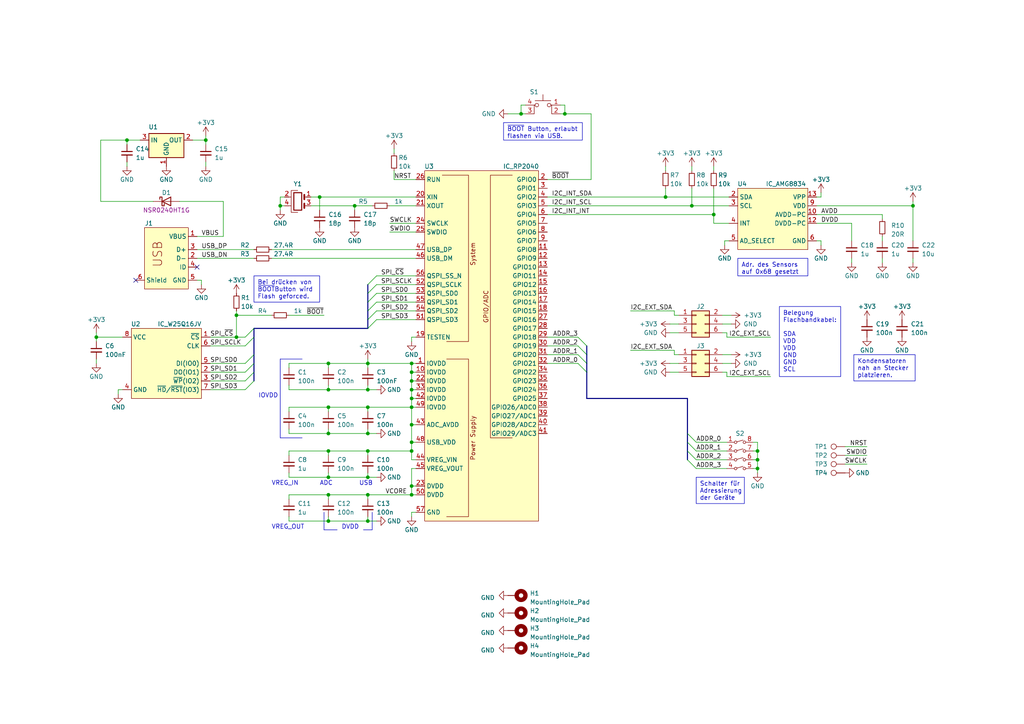
<source format=kicad_sch>
(kicad_sch (version 20220126) (generator eeschema)
  (paper "A4")
  (lib_symbols
    (symbol "00_pwt-temp_lib:CON_PH_2.54MM_2x3_VERT"
      (property "Reference" "J" (at 0 8.89 0))
      (property "Value" "CON_PH_2.54MM_2x3_VERT" (at 0 6.35 0))
      (symbol "CON_PH_2.54MM_2x3_VERT_1_1"
        (pin passive line (at -6.35 2.54 0) (length 3.81) (name "") (number "1"))
        (pin passive line (at 6.35 2.54 180) (length 3.81) (name "") (number "2"))
        (pin passive line (at -6.35 0 0) (length 3.81) (name "") (number "3"))
        (pin passive line (at 6.35 0 180) (length 3.81) (name "") (number "4"))
        (pin passive line (at -6.35 -2.54 0) (length 3.81) (name "") (number "5"))
        (pin passive line (at 6.35 -2.54 180) (length 3.81) (name "") (number "6"))
      )
    )
    (symbol "00_pwt-temp_lib:CON_USB_B_MINI"
      (property "Reference" "J" (at 0 11.43 0))
      (property "Value" "CON_USB_B_MINI" (at 0 8.89 0))
      (symbol "CON_USB_B_MINI_0_0"
        (text "USB" (at -2.54 0 900) (effects (font (size 2.54 2.54))))
      )
      (symbol "CON_USB_B_MINI_1_1"
        (pin power_out line (at 8.89 5.08 180) (length 2.54) (name "VBUS") (number "1"))
        (pin bidirectional line (at 8.89 -1.27 180) (length 2.54) (name "D-") (number "2"))
        (pin bidirectional line (at 8.89 1.27 180) (length 2.54) (name "D+") (number "3"))
        (pin passive line (at 8.89 -3.81 180) (length 2.54) (name "ID") (number "4"))
        (pin power_out line (at 8.89 -7.62 180) (length 2.54) (name "GND") (number "5"))
        (pin passive line (at -8.89 -7.62 0) (length 2.54) (name "Shield") (number "6"))
      )
    )
    (symbol "00_pwt-temp_lib:D_SCH_40V_0.25A" (pin_numbers hide) (pin_names (offset 1.016) hide)
      (property "Reference" "D" (at 0 2.54 0))
      (property "PN" "NSR0240HT1G" (at 0 5.08 0))
      (symbol "D_SCH_40V_0.25A_1_1"
        (pin passive line (at -3.81 0 0) (length 2.54) (name "K") (number "1"))
        (pin passive line (at 3.81 0 180) (length 2.54) (name "A") (number "2"))
      )
    )
    (symbol "00_pwt-temp_lib:IC_AMG8834"
      (property "Reference" "U" (at -8.89 10.16 0))
      (property "Value" "IC_AMG8834" (at 3.81 10.16 0))
      (symbol "IC_AMG8834_1_1"
        (pin no_connect line (at -3.81 -11.43 90) (length 2.54) hide (name "NC") (number "1"))
        (pin power_in line (at 12.7 1.27 180) (length 2.54) (name "AVDD-PC") (number "10"))
        (pin no_connect line (at 3.81 -11.43 90) (length 2.54) hide (name "NC") (number "11"))
        (pin power_in line (at 12.7 -1.27 180) (length 2.54) (name "DVDD-PC") (number "12"))
        (pin power_in line (at 12.7 6.35 180) (length 2.54) (name "VPP") (number "13"))
        (pin bidirectional line (at -12.7 6.35 0) (length 2.54) (name "SDA") (number "2"))
        (pin bidirectional line (at -12.7 3.81 0) (length 2.54) (name "SCL") (number "3"))
        (pin open_collector line (at -12.7 -1.27 0) (length 2.54) (name "INT") (number "4"))
        (pin input line (at -12.7 -6.35 0) (length 2.54) (name "AD_SELECT") (number "5"))
        (pin power_in line (at 12.7 -6.35 180) (length 2.54) (name "GND") (number "6"))
        (pin no_connect line (at -1.27 -11.43 90) (length 2.54) hide (name "NC") (number "7"))
        (pin no_connect line (at 1.27 -11.43 90) (length 2.54) hide (name "NC") (number "8"))
        (pin power_in line (at 12.7 3.81 180) (length 2.54) (name "VDD") (number "9"))
      )
    )
    (symbol "00_pwt-temp_lib:IC_RP2040"
      (property "Reference" "U" (at -15.24 50.8 0))
      (property "Value" "IC_RP2040" (at 11.43 50.8 0))
      (symbol "IC_RP2040_0_0"
        (text "GPIO/ADC" (at 1.27 10.16 900) (effects (font (size 1.27 1.27))))
        (text "Power Supply" (at -2.54 -27.94 900) (effects (font (size 1.27 1.27))))
        (text "System\n" (at -2.54 25.4 900) (effects (font (size 1.27 1.27))))
      )
      (symbol "IC_RP2040_1_1"
        (pin power_in line (at -19.05 -6.35 0) (length 2.54) (name "IOVDD") (number "1"))
        (pin power_in line (at -19.05 -8.89 0) (length 2.54) (name "IOVDD") (number "10"))
        (pin bidirectional line (at 19.05 26.67 180) (length 2.54) (name "GPIO8") (number "11"))
        (pin bidirectional line (at 19.05 24.13 180) (length 2.54) (name "GPIO9") (number "12"))
        (pin bidirectional line (at 19.05 21.59 180) (length 2.54) (name "GPIO10") (number "13"))
        (pin bidirectional line (at 19.05 19.05 180) (length 2.54) (name "GPIO11") (number "14"))
        (pin bidirectional line (at 19.05 16.51 180) (length 2.54) (name "GPIO12") (number "15"))
        (pin bidirectional line (at 19.05 13.97 180) (length 2.54) (name "GPIO13") (number "16"))
        (pin bidirectional line (at 19.05 11.43 180) (length 2.54) (name "GPIO14") (number "17"))
        (pin bidirectional line (at 19.05 8.89 180) (length 2.54) (name "GPIO15") (number "18"))
        (pin passive line (at -19.05 1.27 0) (length 2.54) (name "TESTEN") (number "19"))
        (pin bidirectional line (at 19.05 46.99 180) (length 2.54) (name "GPIO0") (number "2"))
        (pin passive line (at -19.05 41.91 0) (length 2.54) (name "XIN") (number "20"))
        (pin passive line (at -19.05 39.37 0) (length 2.54) (name "XOUT") (number "21"))
        (pin power_in line (at -19.05 -11.43 0) (length 2.54) (name "IOVDD") (number "22"))
        (pin power_in line (at -19.05 -41.91 0) (length 2.54) (name "DVDD") (number "23"))
        (pin bidirectional line (at -19.05 34.29 0) (length 2.54) (name "SWCLK") (number "24"))
        (pin bidirectional line (at -19.05 31.75 0) (length 2.54) (name "SWDIO") (number "25"))
        (pin input line (at -19.05 46.99 0) (length 2.54) (name "RUN") (number "26"))
        (pin bidirectional line (at 19.05 6.35 180) (length 2.54) (name "GPIO16") (number "27"))
        (pin bidirectional line (at 19.05 3.81 180) (length 2.54) (name "GPIO17") (number "28"))
        (pin bidirectional line (at 19.05 1.27 180) (length 2.54) (name "GPIO18") (number "29"))
        (pin bidirectional line (at 19.05 44.45 180) (length 2.54) (name "GPIO1") (number "3"))
        (pin bidirectional line (at 19.05 -1.27 180) (length 2.54) (name "GPIO19") (number "30"))
        (pin bidirectional line (at 19.05 -3.81 180) (length 2.54) (name "GPIO20") (number "31"))
        (pin bidirectional line (at 19.05 -6.35 180) (length 2.54) (name "GPIO21") (number "32"))
        (pin power_in line (at -19.05 -13.97 0) (length 2.54) (name "IOVDD") (number "33"))
        (pin bidirectional line (at 19.05 -8.89 180) (length 2.54) (name "GPIO22") (number "34"))
        (pin bidirectional line (at 19.05 -11.43 180) (length 2.54) (name "GPIO23") (number "35"))
        (pin bidirectional line (at 19.05 -13.97 180) (length 2.54) (name "GPIO24") (number "36"))
        (pin bidirectional line (at 19.05 -16.51 180) (length 2.54) (name "GPIO25") (number "37"))
        (pin bidirectional line (at 19.05 -19.05 180) (length 2.54) (name "GPIO26/ADC0") (number "38"))
        (pin bidirectional line (at 19.05 -21.59 180) (length 2.54) (name "GPIO27/ADC1") (number "39"))
        (pin bidirectional line (at 19.05 41.91 180) (length 2.54) (name "GPIO2") (number "4"))
        (pin bidirectional line (at 19.05 -24.13 180) (length 2.54) (name "GPIO28/ADC2") (number "40"))
        (pin bidirectional line (at 19.05 -26.67 180) (length 2.54) (name "GPIO29/ADC3") (number "41"))
        (pin power_in line (at -19.05 -16.51 0) (length 2.54) (name "IOVDD") (number "42"))
        (pin power_in line (at -19.05 -24.13 0) (length 2.54) (name "ADC_AVDD") (number "43"))
        (pin power_in line (at -19.05 -34.29 0) (length 2.54) (name "VREG_VIN") (number "44"))
        (pin power_out line (at -19.05 -36.83 0) (length 2.54) (name "VREG_VOUT") (number "45"))
        (pin bidirectional line (at -19.05 24.13 0) (length 2.54) (name "USB_DM") (number "46"))
        (pin bidirectional line (at -19.05 26.67 0) (length 2.54) (name "USB_DP") (number "47"))
        (pin power_in line (at -19.05 -29.21 0) (length 2.54) (name "USB_VDD") (number "48"))
        (pin power_in line (at -19.05 -19.05 0) (length 2.54) (name "IOVDD") (number "49"))
        (pin bidirectional line (at 19.05 39.37 180) (length 2.54) (name "GPIO3") (number "5"))
        (pin power_in line (at -19.05 -44.45 0) (length 2.54) (name "DVDD") (number "50"))
        (pin bidirectional line (at -19.05 6.35 0) (length 2.54) (name "QSPI_SD3") (number "51"))
        (pin bidirectional line (at -19.05 16.51 0) (length 2.54) (name "QSPI_SCLK") (number "52"))
        (pin bidirectional line (at -19.05 13.97 0) (length 2.54) (name "QSPI_SD0") (number "53"))
        (pin bidirectional line (at -19.05 8.89 0) (length 2.54) (name "QSPI_SD2") (number "54"))
        (pin bidirectional line (at -19.05 11.43 0) (length 2.54) (name "QSPI_SD1") (number "55"))
        (pin bidirectional line (at -19.05 19.05 0) (length 2.54) (name "QSPI_SS_N") (number "56"))
        (pin power_in line (at -19.05 -49.53 0) (length 2.54) (name "GND") (number "57"))
        (pin bidirectional line (at 19.05 36.83 180) (length 2.54) (name "GPIO4") (number "6"))
        (pin bidirectional line (at 19.05 34.29 180) (length 2.54) (name "GPIO5") (number "7"))
        (pin bidirectional line (at 19.05 31.75 180) (length 2.54) (name "GPIO6") (number "8"))
        (pin bidirectional line (at 19.05 29.21 180) (length 2.54) (name "GPIO7") (number "9"))
      )
    )
    (symbol "00_pwt-temp_lib:IC_W25Q16JV"
      (property "Reference" "U" (at -8.89 10.16 0))
      (property "Value" "IC_W25Q16JV" (at 3.81 10.16 0))
      (symbol "IC_W25Q16JV_1_1"
        (pin input line (at 12.7 6.35 180) (length 2.54) (name "~{CS}") (number "1"))
        (pin bidirectional line (at 12.7 -3.81 180) (length 2.54) (name "DO(IO1)") (number "2"))
        (pin bidirectional line (at 12.7 -6.35 180) (length 2.54) (name "~{WP}(IO2)") (number "3"))
        (pin power_in line (at -12.7 -8.89 0) (length 2.54) (name "GND") (number "4"))
        (pin bidirectional line (at 12.7 -1.27 180) (length 2.54) (name "DI(IO0)") (number "5"))
        (pin input line (at 12.7 3.81 180) (length 2.54) (name "CLK") (number "6"))
        (pin bidirectional line (at 12.7 -8.89 180) (length 2.54) (name "~{HD}/~{RST}(IO3)") (number "7"))
        (pin power_in line (at -12.7 6.35 0) (length 2.54) (name "VCC") (number "8"))
      )
    )
    (symbol "00_pwt-temp_lib:MECH_BTN_SMD_SMALL"
      (property "Reference" "S" (at 0 7.62 0))
      (property "Value" "MECH_BTN_SMD_SMALL" (at 0 5.08 0))
      (symbol "MECH_BTN_SMD_SMALL_0_1"
        (pin passive line (at -5.08 0 0) (length 2.54) (name "") (number "1"))
        (pin passive line (at -5.08 -2.54 0) (length 2.54) (name "") (number "2"))
        (pin passive line (at 5.08 -2.54 180) (length 2.54) (name "") (number "3"))
        (pin passive line (at 5.08 0 180) (length 2.54) (name "") (number "4"))
      )
    )
    (symbol "00_pwt-temp_lib:MECH_SW_DIP4_SMD"
      (property "Reference" "S" (at 0 6.35 0))
      (property "Value" "MECH_SW_DIP4_SMD" (at 0 3.81 0))
      (symbol "MECH_SW_DIP4_SMD_0_1"
        (pin passive line (at -3.81 0 0) (length 2.1) (name "") (number "1"))
        (pin passive line (at -3.81 -2.54 0) (length 2.1) (name "") (number "2"))
        (pin passive line (at -3.81 -5.08 0) (length 2.1) (name "") (number "3"))
        (pin passive line (at -3.81 -7.62 0) (length 2.1) (name "") (number "4"))
        (pin passive line (at 3.81 -7.62 180) (length 2.1) (name "") (number "5"))
        (pin passive line (at 3.81 -5.08 180) (length 2.1) (name "") (number "6"))
        (pin passive line (at 3.81 -2.54 180) (length 2.1) (name "") (number "7"))
        (pin passive line (at 3.81 0 180) (length 2.1) (name "") (number "8"))
      )
    )
    (symbol "00_pwt-temp_lib:OSC_ABM10-12.000MHZ"
      (property "Reference" "Y" (at 0 7.62 0))
      (property "Value" "OSC_ABM10-12.000MHZ" (at 0 5.08 0))
      (symbol "OSC_ABM10-12.000MHZ_1_1"
        (pin passive line (at 3.81 1.27 180) (length 1.27) (name "") (number "1"))
        (pin passive line (at -3.81 1.27 0) (length 1.27) (name "") (number "2"))
        (pin passive line (at 3.81 -1.27 180) (length 1.27) (name "") (number "3"))
        (pin passive line (at -3.81 -1.27 0) (length 1.27) (name "") (number "4"))
      )
    )
    (symbol "00_pwt-temp_lib:PMIC_LDO_3V3_0.2A"
      (property "Reference" "U" (at 0 6.35 0))
      (property "Value" "PMIC_LDO_3V3_0.2A" (at 0 3.81 0))
      (symbol "PMIC_LDO_3V3_0.2A_1_1"
        (pin power_in line (at 0 -7.62 90) (length 2.54) (name "GND") (number "1"))
        (pin power_out line (at 7.62 0 180) (length 2.54) (name "OUT") (number "2"))
        (pin power_in line (at -7.62 0 0) (length 2.54) (name "IN") (number "3"))
      )
    )
    (symbol "Connector:TestPoint" (pin_numbers hide) (pin_names (offset 0.762) hide)
      (property "Reference" "TP" (at 0 6.858 0))
      (property "Value" "TestPoint" (at 0 5.08 0))
      (symbol "TestPoint_1_1"
        (pin passive line (at 0 0 90) (length 2.54) (name "1") (number "1"))
      )
    )
    (symbol "Device:C_Small" (pin_numbers hide) (pin_names (offset 0.254) hide)
      (property "Reference" "C" (at 0.254 1.778 0))
      (property "Value" "C_Small" (at 0.254 -2.032 0))
      (symbol "C_Small_1_1"
        (pin passive line (at 0 2.54 270) (length 2.032) (name "~") (number "1"))
        (pin passive line (at 0 -2.54 90) (length 2.032) (name "~") (number "2"))
      )
    )
    (symbol "Device:R_Small" (pin_numbers hide) (pin_names (offset 0.254) hide)
      (property "Reference" "R" (at 0.762 0.508 0))
      (property "Value" "R_Small" (at 0.762 -1.016 0))
      (symbol "R_Small_1_1"
        (pin passive line (at 0 2.54 270) (length 0.762) (name "~") (number "1"))
        (pin passive line (at 0 -2.54 90) (length 0.762) (name "~") (number "2"))
      )
    )
    (symbol "Mechanical:MountingHole_Pad" (pin_numbers hide) (pin_names (offset 1.016) hide)
      (property "Reference" "H" (at 0 6.35 0))
      (property "Value" "MountingHole_Pad" (at 0 4.445 0))
      (symbol "MountingHole_Pad_1_1"
        (pin input line (at 0 -2.54 90) (length 2.54) (name "1") (number "1"))
      )
    )
    (symbol "power:+3.3V" (power) (pin_names (offset 0))
      (property "Value" "+3.3V" (at 0 3.556 0))
      (symbol "+3.3V_1_1"
        (pin power_in line (at 0 0 90) (length 0) hide (name "+3V3") (number "1"))
      )
    )
    (symbol "power:GND" (power) (pin_names (offset 0))
      (property "Value" "GND" (at 0 -3.81 0))
      (symbol "GND_1_1"
        (pin power_in line (at 0 0 270) (length 0) hide (name "GND") (number "1"))
      )
    )
  )
  (junction (at 219.71 133.35))
  (junction (at 81.28 59.69))
  (junction (at 106.68 125.73))
  (junction (at 207.01 62.23))
  (junction (at 119.38 143.51))
  (junction (at 264.795 59.69))
  (junction (at 106.68 130.81))
  (junction (at 95.25 130.81))
  (junction (at 92.71 57.15))
  (junction (at 119.38 113.03))
  (junction (at 219.71 135.89))
  (junction (at 95.25 105.41))
  (junction (at 106.68 143.51))
  (junction (at 119.38 107.95))
  (junction (at 163.83 33.02))
  (junction (at 95.25 143.51))
  (junction (at 95.25 151.13))
  (junction (at 68.58 97.79))
  (junction (at 119.38 123.19))
  (junction (at 59.69 40.64))
  (junction (at 106.68 151.13))
  (junction (at 119.38 118.11))
  (junction (at 68.58 91.44))
  (junction (at 119.38 128.27))
  (junction (at 95.25 138.43))
  (junction (at 106.68 113.03))
  (junction (at 27.94 97.79))
  (junction (at 102.87 59.69))
  (junction (at 119.38 105.41))
  (junction (at 106.68 105.41))
  (junction (at 219.71 130.81))
  (junction (at 193.04 57.15))
  (junction (at 95.25 118.11))
  (junction (at 119.38 110.49))
  (junction (at 119.38 115.57))
  (junction (at 119.38 130.81))
  (junction (at 36.83 40.64))
  (junction (at 106.68 118.11))
  (junction (at 95.25 113.03))
  (junction (at 151.13 33.02))
  (junction (at 200.66 59.69))
  (junction (at 95.25 125.73))
  (junction (at 119.38 140.97))
  (junction (at 106.68 138.43))
  (no_connect (at 39.37 81.28))
  (no_connect (at 57.15 77.47))
  (bus_entry (at 73.66 95.25) (size -2.54 2.54))
  (bus_entry (at 167.64 105.41) (size 2.54 2.54))
  (bus_entry (at 167.64 102.87) (size 2.54 2.54))
  (bus_entry (at 73.66 102.87) (size -2.54 2.54))
  (bus_entry (at 73.66 97.79) (size -2.54 2.54))
  (bus_entry (at 199.39 128.27) (size 2.54 2.54))
  (bus_entry (at 199.39 130.81) (size 2.54 2.54))
  (bus_entry (at 199.39 133.35) (size 2.54 2.54))
  (bus_entry (at 199.39 125.73) (size 2.54 2.54))
  (bus_entry (at 73.66 110.49) (size -2.54 2.54))
  (bus_entry (at 73.66 105.41) (size -2.54 2.54))
  (bus_entry (at 167.64 97.79) (size 2.54 2.54))
  (bus_entry (at 73.66 107.95) (size -2.54 2.54))
  (bus_entry (at 109.22 82.55) (size -2.54 2.54))
  (bus_entry (at 109.22 80.01) (size -2.54 2.54))
  (bus_entry (at 109.22 90.17) (size -2.54 2.54))
  (bus_entry (at 109.22 87.63) (size -2.54 2.54))
  (bus_entry (at 109.22 85.09) (size -2.54 2.54))
  (bus_entry (at 109.22 92.71) (size -2.54 2.54))
  (bus_entry (at 167.64 100.33) (size 2.54 2.54))
  (wire (pts (xy 34.29 113.03) (xy 35.56 113.03)))
  (bus (pts (xy 199.39 128.27) (xy 199.39 130.81)))
  (wire (pts (xy 109.22 90.17) (xy 120.65 90.17)))
  (bus (pts (xy 199.39 115.57) (xy 199.39 125.73)))
  (wire (pts (xy 81.28 57.15) (xy 81.28 59.69)))
  (wire (pts (xy 83.82 143.51) (xy 95.25 143.51)))
  (wire (pts (xy 200.66 59.69) (xy 211.455 59.69)))
  (wire (pts (xy 119.38 149.86) (xy 119.38 148.59)))
  (bus (pts (xy 170.18 100.33) (xy 170.18 102.87)))
  (wire (pts (xy 201.93 130.81) (xy 210.82 130.81)))
  (wire (pts (xy 83.82 111.76) (xy 83.82 113.03)))
  (wire (pts (xy 218.44 135.89) (xy 219.71 135.89)))
  (wire (pts (xy 162.56 33.02) (xy 163.83 33.02)))
  (wire (pts (xy 95.25 130.81) (xy 106.68 130.81)))
  (wire (pts (xy 95.25 125.73) (xy 106.68 125.73)))
  (wire (pts (xy 193.04 57.15) (xy 211.455 57.15)))
  (wire (pts (xy 83.82 105.41) (xy 95.25 105.41)))
  (wire (pts (xy 113.03 59.69) (xy 120.65 59.69)))
  (wire (pts (xy 95.25 105.41) (xy 106.68 105.41)))
  (wire (pts (xy 113.03 67.31) (xy 120.65 67.31)))
  (polyline (pts (xy 97.79 153.67) (xy 93.98 153.67)))
  (wire (pts (xy 212.09 105.41) (xy 209.55 105.41)))
  (wire (pts (xy 59.69 48.26) (xy 59.69 46.99)))
  (wire (pts (xy 109.22 82.55) (xy 120.65 82.55)))
  (wire (pts (xy 119.38 97.79) (xy 120.65 97.79)))
  (wire (pts (xy 58.42 81.28) (xy 58.42 82.55)))
  (wire (pts (xy 238.125 57.15) (xy 238.125 55.88)))
  (wire (pts (xy 207.01 48.26) (xy 207.01 49.53)))
  (polyline (pts (xy 107.95 148.59) (xy 107.95 153.67)))
  (wire (pts (xy 106.68 111.76) (xy 106.68 113.03)))
  (wire (pts (xy 245.11 129.54) (xy 251.46 129.54)))
  (wire (pts (xy 109.22 85.09) (xy 120.65 85.09)))
  (wire (pts (xy 245.11 134.62) (xy 251.46 134.62)))
  (wire (pts (xy 264.795 58.42) (xy 264.795 59.69)))
  (wire (pts (xy 34.29 114.3) (xy 34.29 113.03)))
  (wire (pts (xy 68.58 91.44) (xy 78.74 91.44)))
  (wire (pts (xy 218.44 128.27) (xy 219.71 128.27)))
  (wire (pts (xy 71.12 100.33) (xy 60.96 100.33)))
  (bus (pts (xy 106.68 85.09) (xy 106.68 87.63)))
  (wire (pts (xy 83.82 106.68) (xy 83.82 105.41)))
  (wire (pts (xy 255.905 69.85) (xy 255.905 68.58)))
  (wire (pts (xy 59.69 40.64) (xy 59.69 41.91)))
  (wire (pts (xy 119.38 123.19) (xy 119.38 118.11)))
  (wire (pts (xy 193.04 54.61) (xy 193.04 57.15)))
  (wire (pts (xy 95.25 151.13) (xy 106.68 151.13)))
  (wire (pts (xy 71.12 113.03) (xy 60.96 113.03)))
  (wire (pts (xy 245.11 132.08) (xy 251.46 132.08)))
  (bus (pts (xy 170.18 102.87) (xy 170.18 105.41)))
  (wire (pts (xy 27.94 104.14) (xy 27.94 105.41)))
  (bus (pts (xy 170.18 105.41) (xy 170.18 107.95)))
  (bus (pts (xy 106.68 92.71) (xy 106.68 95.25)))
  (wire (pts (xy 106.68 118.11) (xy 119.38 118.11)))
  (wire (pts (xy 119.38 130.81) (xy 119.38 128.27)))
  (wire (pts (xy 83.82 151.13) (xy 95.25 151.13)))
  (wire (pts (xy 119.38 110.49) (xy 120.65 110.49)))
  (wire (pts (xy 212.09 102.87) (xy 209.55 102.87)))
  (bus (pts (xy 199.39 130.81) (xy 199.39 133.35)))
  (wire (pts (xy 106.68 151.13) (xy 106.68 149.86)))
  (bus (pts (xy 73.66 102.87) (xy 73.66 105.41)))
  (wire (pts (xy 119.38 135.89) (xy 119.38 140.97)))
  (wire (pts (xy 109.22 92.71) (xy 120.65 92.71)))
  (wire (pts (xy 68.58 91.44) (xy 68.58 97.79)))
  (wire (pts (xy 212.09 93.98) (xy 209.55 93.98)))
  (wire (pts (xy 119.38 110.49) (xy 119.38 107.95)))
  (wire (pts (xy 81.28 59.69) (xy 82.55 59.69)))
  (bus (pts (xy 106.68 90.17) (xy 106.68 92.71)))
  (wire (pts (xy 55.88 40.64) (xy 59.69 40.64)))
  (wire (pts (xy 106.68 125.73) (xy 109.22 125.73)))
  (wire (pts (xy 163.83 33.02) (xy 163.83 30.48)))
  (wire (pts (xy 95.25 113.03) (xy 106.68 113.03)))
  (wire (pts (xy 78.74 72.39) (xy 120.65 72.39)))
  (wire (pts (xy 167.64 97.79) (xy 158.75 97.79)))
  (wire (pts (xy 106.68 143.51) (xy 119.38 143.51)))
  (wire (pts (xy 71.12 105.41) (xy 60.96 105.41)))
  (wire (pts (xy 152.4 30.48) (xy 151.13 30.48)))
  (wire (pts (xy 106.68 138.43) (xy 109.22 138.43)))
  (wire (pts (xy 106.68 143.51) (xy 106.68 144.78)))
  (wire (pts (xy 106.68 130.81) (xy 106.68 132.08)))
  (wire (pts (xy 83.82 91.44) (xy 93.98 91.44)))
  (bus (pts (xy 73.66 95.25) (xy 73.66 97.79)))
  (bus (pts (xy 199.39 125.73) (xy 199.39 128.27)))
  (wire (pts (xy 210.82 96.52) (xy 210.82 97.79)))
  (wire (pts (xy 210.185 69.85) (xy 210.185 71.12)))
  (wire (pts (xy 78.74 74.93) (xy 120.65 74.93)))
  (wire (pts (xy 29.21 40.64) (xy 36.83 40.64)))
  (wire (pts (xy 151.13 33.02) (xy 152.4 33.02)))
  (wire (pts (xy 113.03 64.77) (xy 120.65 64.77)))
  (bus (pts (xy 106.68 87.63) (xy 106.68 90.17)))
  (wire (pts (xy 119.38 143.51) (xy 120.65 143.51)))
  (wire (pts (xy 57.15 72.39) (xy 73.66 72.39)))
  (wire (pts (xy 264.795 59.69) (xy 264.795 69.85)))
  (polyline (pts (xy 81.28 104.14) (xy 87.63 104.14)))
  (wire (pts (xy 219.71 133.35) (xy 219.71 135.89)))
  (wire (pts (xy 95.25 125.73) (xy 95.25 124.46)))
  (wire (pts (xy 83.82 138.43) (xy 95.25 138.43)))
  (wire (pts (xy 163.83 33.02) (xy 171.45 33.02)))
  (wire (pts (xy 83.82 144.78) (xy 83.82 143.51)))
  (wire (pts (xy 106.68 151.13) (xy 109.22 151.13)))
  (wire (pts (xy 95.25 143.51) (xy 95.25 144.78)))
  (wire (pts (xy 210.82 109.22) (xy 223.52 109.22)))
  (wire (pts (xy 106.68 137.16) (xy 106.68 138.43)))
  (wire (pts (xy 52.07 58.42) (xy 64.77 58.42)))
  (wire (pts (xy 247.015 69.85) (xy 247.015 64.77)))
  (wire (pts (xy 236.855 57.15) (xy 238.125 57.15)))
  (wire (pts (xy 119.38 113.03) (xy 120.65 113.03)))
  (wire (pts (xy 247.015 76.2) (xy 247.015 74.93)))
  (wire (pts (xy 106.68 105.41) (xy 119.38 105.41)))
  (wire (pts (xy 195.58 102.87) (xy 196.85 102.87)))
  (wire (pts (xy 119.38 107.95) (xy 120.65 107.95)))
  (wire (pts (xy 119.38 128.27) (xy 119.38 123.19)))
  (wire (pts (xy 27.94 96.52) (xy 27.94 97.79)))
  (wire (pts (xy 83.82 118.11) (xy 95.25 118.11)))
  (wire (pts (xy 83.82 138.43) (xy 83.82 137.16)))
  (wire (pts (xy 119.38 115.57) (xy 120.65 115.57)))
  (wire (pts (xy 119.38 148.59) (xy 120.65 148.59)))
  (wire (pts (xy 106.68 124.46) (xy 106.68 125.73)))
  (wire (pts (xy 119.38 118.11) (xy 119.38 115.57)))
  (wire (pts (xy 119.38 113.03) (xy 119.38 115.57)))
  (wire (pts (xy 218.44 133.35) (xy 219.71 133.35)))
  (wire (pts (xy 59.69 40.64) (xy 59.69 39.37)))
  (wire (pts (xy 102.87 59.69) (xy 102.87 60.96)))
  (wire (pts (xy 29.21 58.42) (xy 29.21 40.64)))
  (wire (pts (xy 158.75 57.15) (xy 193.04 57.15)))
  (wire (pts (xy 120.65 140.97) (xy 119.38 140.97)))
  (wire (pts (xy 119.38 105.41) (xy 120.65 105.41)))
  (wire (pts (xy 95.25 106.68) (xy 95.25 105.41)))
  (wire (pts (xy 120.65 118.11) (xy 119.38 118.11)))
  (wire (pts (xy 151.13 33.02) (xy 147.32 33.02)))
  (wire (pts (xy 120.65 128.27) (xy 119.38 128.27)))
  (wire (pts (xy 90.17 59.69) (xy 102.87 59.69)))
  (wire (pts (xy 167.64 105.41) (xy 158.75 105.41)))
  (polyline (pts (xy 105.41 153.67) (xy 107.95 153.67)))
  (wire (pts (xy 95.25 143.51) (xy 106.68 143.51)))
  (wire (pts (xy 200.66 54.61) (xy 200.66 59.69)))
  (wire (pts (xy 120.65 133.35) (xy 119.38 133.35)))
  (wire (pts (xy 92.71 57.15) (xy 120.65 57.15)))
  (wire (pts (xy 194.31 107.95) (xy 196.85 107.95)))
  (wire (pts (xy 119.38 107.95) (xy 119.38 105.41)))
  (wire (pts (xy 119.38 140.97) (xy 119.38 143.51)))
  (wire (pts (xy 193.04 48.26) (xy 193.04 49.53)))
  (wire (pts (xy 36.83 48.26) (xy 36.83 46.99)))
  (wire (pts (xy 167.64 102.87) (xy 158.75 102.87)))
  (wire (pts (xy 27.94 97.79) (xy 27.94 99.06)))
  (bus (pts (xy 73.66 107.95) (xy 73.66 110.49)))
  (wire (pts (xy 201.93 133.35) (xy 210.82 133.35)))
  (wire (pts (xy 68.58 97.79) (xy 71.12 97.79)))
  (wire (pts (xy 120.65 135.89) (xy 119.38 135.89)))
  (wire (pts (xy 114.3 52.07) (xy 114.3 49.53)))
  (polyline (pts (xy 87.63 127) (xy 81.28 127)))
  (wire (pts (xy 182.88 90.17) (xy 195.58 90.17)))
  (wire (pts (xy 238.125 69.85) (xy 238.125 71.12)))
  (wire (pts (xy 109.22 80.01) (xy 120.65 80.01)))
  (wire (pts (xy 201.93 128.27) (xy 210.82 128.27)))
  (wire (pts (xy 219.71 128.27) (xy 219.71 130.81)))
  (wire (pts (xy 194.31 93.98) (xy 196.85 93.98)))
  (wire (pts (xy 95.25 111.76) (xy 95.25 113.03)))
  (wire (pts (xy 60.96 97.79) (xy 68.58 97.79)))
  (wire (pts (xy 83.82 151.13) (xy 83.82 149.86)))
  (wire (pts (xy 90.17 57.15) (xy 92.71 57.15)))
  (bus (pts (xy 73.66 105.41) (xy 73.66 107.95)))
  (wire (pts (xy 255.905 76.2) (xy 255.905 74.93)))
  (wire (pts (xy 57.15 68.58) (xy 64.77 68.58)))
  (wire (pts (xy 106.68 130.81) (xy 119.38 130.81)))
  (wire (pts (xy 95.25 138.43) (xy 106.68 138.43)))
  (wire (pts (xy 236.855 62.23) (xy 255.905 62.23)))
  (wire (pts (xy 102.87 59.69) (xy 107.95 59.69)))
  (wire (pts (xy 212.09 91.44) (xy 209.55 91.44)))
  (wire (pts (xy 83.82 125.73) (xy 95.25 125.73)))
  (wire (pts (xy 83.82 113.03) (xy 95.25 113.03)))
  (wire (pts (xy 95.25 149.86) (xy 95.25 151.13)))
  (wire (pts (xy 200.66 48.26) (xy 200.66 49.53)))
  (wire (pts (xy 95.25 118.11) (xy 106.68 118.11)))
  (wire (pts (xy 119.38 99.06) (xy 119.38 97.79)))
  (wire (pts (xy 219.71 130.81) (xy 219.71 133.35)))
  (wire (pts (xy 57.15 81.28) (xy 58.42 81.28)))
  (wire (pts (xy 236.855 69.85) (xy 238.125 69.85)))
  (wire (pts (xy 114.3 43.18) (xy 114.3 44.45)))
  (wire (pts (xy 195.58 101.6) (xy 195.58 102.87)))
  (wire (pts (xy 71.12 110.49) (xy 60.96 110.49)))
  (wire (pts (xy 95.25 118.11) (xy 95.25 119.38)))
  (wire (pts (xy 83.82 118.11) (xy 83.82 119.38)))
  (wire (pts (xy 83.82 132.08) (xy 83.82 130.81)))
  (wire (pts (xy 57.15 74.93) (xy 73.66 74.93)))
  (wire (pts (xy 158.75 62.23) (xy 207.01 62.23)))
  (wire (pts (xy 236.855 59.69) (xy 264.795 59.69)))
  (wire (pts (xy 36.83 40.64) (xy 40.64 40.64)))
  (wire (pts (xy 182.88 101.6) (xy 195.58 101.6)))
  (wire (pts (xy 264.795 74.93) (xy 264.795 76.2)))
  (wire (pts (xy 36.83 40.64) (xy 36.83 41.91)))
  (wire (pts (xy 236.855 64.77) (xy 247.015 64.77)))
  (wire (pts (xy 209.55 96.52) (xy 210.82 96.52)))
  (wire (pts (xy 81.28 59.69) (xy 81.28 60.96)))
  (wire (pts (xy 194.31 105.41) (xy 196.85 105.41)))
  (wire (pts (xy 218.44 130.81) (xy 219.71 130.81)))
  (wire (pts (xy 68.58 90.17) (xy 68.58 91.44)))
  (bus (pts (xy 170.18 107.95) (xy 170.18 115.57)))
  (wire (pts (xy 83.82 125.73) (xy 83.82 124.46)))
  (wire (pts (xy 210.82 107.95) (xy 210.82 109.22)))
  (wire (pts (xy 158.75 59.69) (xy 200.66 59.69)))
  (wire (pts (xy 167.64 100.33) (xy 158.75 100.33)))
  (wire (pts (xy 119.38 133.35) (xy 119.38 130.81)))
  (wire (pts (xy 95.25 138.43) (xy 95.25 137.16)))
  (wire (pts (xy 255.905 62.23) (xy 255.905 63.5)))
  (polyline (pts (xy 81.28 127) (xy 81.28 104.14)))
  (wire (pts (xy 106.68 113.03) (xy 109.22 113.03)))
  (wire (pts (xy 106.68 118.11) (xy 106.68 119.38)))
  (wire (pts (xy 171.45 33.02) (xy 171.45 52.07)))
  (wire (pts (xy 83.82 130.81) (xy 95.25 130.81)))
  (wire (pts (xy 210.82 97.79) (xy 223.52 97.79)))
  (wire (pts (xy 195.58 91.44) (xy 196.85 91.44)))
  (wire (pts (xy 119.38 113.03) (xy 119.38 110.49)))
  (polyline (pts (xy 93.98 148.59) (xy 93.98 153.67)))
  (wire (pts (xy 151.13 30.48) (xy 151.13 33.02)))
  (wire (pts (xy 219.71 135.89) (xy 219.71 137.16)))
  (wire (pts (xy 195.58 90.17) (xy 195.58 91.44)))
  (bus (pts (xy 73.66 95.25) (xy 106.68 95.25)))
  (wire (pts (xy 162.56 30.48) (xy 163.83 30.48)))
  (wire (pts (xy 207.01 62.23) (xy 207.01 64.77)))
  (wire (pts (xy 29.21 58.42) (xy 44.45 58.42)))
  (wire (pts (xy 211.455 69.85) (xy 210.185 69.85)))
  (wire (pts (xy 35.56 97.79) (xy 27.94 97.79)))
  (wire (pts (xy 71.12 107.95) (xy 60.96 107.95)))
  (wire (pts (xy 158.75 52.07) (xy 171.45 52.07)))
  (wire (pts (xy 95.25 132.08) (xy 95.25 130.81)))
  (bus (pts (xy 106.68 82.55) (xy 106.68 85.09)))
  (wire (pts (xy 82.55 57.15) (xy 81.28 57.15)))
  (wire (pts (xy 109.22 87.63) (xy 120.65 87.63)))
  (wire (pts (xy 209.55 107.95) (xy 210.82 107.95)))
  (bus (pts (xy 170.18 115.57) (xy 199.39 115.57)))
  (wire (pts (xy 114.3 52.07) (xy 120.65 52.07)))
  (wire (pts (xy 194.31 96.52) (xy 196.85 96.52)))
  (wire (pts (xy 106.68 104.14) (xy 106.68 105.41)))
  (wire (pts (xy 92.71 57.15) (xy 92.71 60.96)))
  (bus (pts (xy 73.66 97.79) (xy 73.66 102.87)))
  (wire (pts (xy 106.68 106.68) (xy 106.68 105.41)))
  (wire (pts (xy 119.38 123.19) (xy 120.65 123.19)))
  (wire (pts (xy 207.01 54.61) (xy 207.01 62.23)))
  (wire (pts (xy 201.93 135.89) (xy 210.82 135.89)))
  (wire (pts (xy 207.01 64.77) (xy 211.455 64.77)))
  (wire (pts (xy 64.77 68.58) (xy 64.77 58.42)))
  (text_box "Bei drücken von ~{BOOT}Button wird Flash geforced." (start 73.66 80.01) (end 92.71 87.63) (stroke (width 0.1524)) (effects (font (size 1.27 1.27)) (justify left top)))
  (text_box "Kondensatoren nah an Stecker platzieren." (start 247.65 102.87) (end 265.43 110.49) (stroke (width 0.1524)) (effects (font (size 1.27 1.27)) (justify left top)))
  (text_box "~{BOOT} Button, erlaubt flashen via USB." (start 146.05 35.56) (end 168.91 40.64) (stroke (width 0.1524)) (effects (font (size 1.27 1.27)) (justify left top)))
  (text_box "Adr. des Sensors auf 0x68 gesetzt" (start 213.995 74.93) (end 234.315 80.01) (stroke (width 0.1524)) (effects (font (size 1.27 1.27)) (justify left top)))
  (text_box "Schalter für Adressierung der Geräte" (start 201.93 138.43) (end 215.9 146.05) (stroke (width 0.1524)) (effects (font (size 1.27 1.27)) (justify left top)))
  (text_box "Belegung\nFlachbandkabel:\n\nSDA\nVDD\nVDD\nGND\nGND\nSCL" (start 226.06 88.9) (end 243.84 109.22) (stroke (width 0.1524)) (effects (font (size 1.27 1.27)) (justify left top)))
  (text "VREG_OUT" (at 78.74 153.67 0) (effects (font (size 1.27 1.27)) (justify left bottom)))
  (text "ADC" (at 92.71 140.97 0) (effects (font (size 1.27 1.27)) (justify left bottom)))
  (text "IOVDD" (at 74.93 115.57 0) (effects (font (size 1.27 1.27)) (justify left bottom)))
  (text "USB" (at 104.14 140.97 0) (effects (font (size 1.27 1.27)) (justify left bottom)))
  (text "VREG_IN" (at 78.74 140.97 0) (effects (font (size 1.27 1.27)) (justify left bottom)))
  (text "DVDD" (at 99.06 153.67 0) (effects (font (size 1.27 1.27)) (justify left bottom)))
  (label "SPI_SCLK" (at 110.49 82.55 0))
  (label "SPI_SD2" (at 60.96 110.49 0))
  (label "VCORE" (at 111.76 143.51 0))
  (label "SWDIO" (at 113.03 67.31 0))
  (label "ADDR_3" (at 201.93 135.89 0))
  (label "I2C_EXT_SCL" (at 223.52 97.79 0))
  (label "SPI_SD1" (at 110.49 87.63 0))
  (label "ADDR_2" (at 201.93 133.35 0))
  (label "ADDR_2" (at 167.64 100.33 0))
  (label "USB_DN" (at 58.42 74.93 0))
  (label "~{BOOT}" (at 165.1 52.07 0))
  (label "SPI_~{CS}" (at 60.96 97.79 0))
  (label "I2C_EXT_SDA" (at 182.88 101.6 0))
  (label "ADDR_3" (at 167.64 97.79 0))
  (label "I2C_INT_SCL" (at 160.02 59.69 0))
  (label "AVDD" (at 238.125 62.23 0))
  (label "SPI_SD3" (at 110.49 92.71 0))
  (label "NRST" (at 251.46 129.54 0))
  (label "SWDIO" (at 251.46 132.08 0))
  (label "ADDR_1" (at 167.64 102.87 0))
  (label "SPI_SD0" (at 60.96 105.41 0))
  (label "VBUS" (at 58.42 68.58 0))
  (label "SPI_SD1" (at 60.96 107.95 0))
  (label "SPI_SD2" (at 110.49 90.17 0))
  (label "DVDD" (at 238.125 64.77 0))
  (label "~{BOOT}" (at 93.98 91.44 0))
  (label "SPI_~{CS}" (at 110.49 80.01 0))
  (label "I2C_INT_INT" (at 160.02 62.23 0))
  (label "ADDR_1" (at 201.93 130.81 0))
  (label "USB_DP" (at 58.42 72.39 0))
  (label "SPI_SCLK" (at 60.96 100.33 0))
  (label "SWCLK" (at 251.46 134.62 0))
  (label "SPI_SD0" (at 110.49 85.09 0))
  (label "I2C_EXT_SCL" (at 223.52 109.22 0))
  (label "I2C_EXT_SDA" (at 182.88 90.17 0))
  (label "NRST" (at 114.3 52.07 0))
  (label "I2C_INT_SDA" (at 160.02 57.15 0))
  (label "ADDR_0" (at 201.93 128.27 0))
  (label "SWCLK" (at 113.03 64.77 0))
  (label "ADDR_0" (at 167.64 105.41 0))
  (label "SPI_SD3" (at 60.96 113.03 0))
  (symbol (lib_id "Device:C_Small") (at 106.68 147.32 0) (unit 1)
    (property "Reference" "C13" (at 109.22 146.05 0) (effects (justify left)))
    (property "Value" "100n" (at 109.22 148.59 0) (effects (justify left)))
    (property "Footprint" "00_pwt-temp_lib:C_0603" (effects hide))
  )
  (symbol (lib_id "Mechanical:MountingHole_Pad") (at 149.86 187.96 270) (unit 1)
    (property "Reference" "H4" (at 153.67 187.325 90) (effects (justify left)))
    (property "Value" "MountingHole_Pad" (at 153.67 189.865 90) (effects (justify left)))
    (property "Footprint" "MountingHole:MountingHole_3.2mm_M3_Pad_Via" (effects hide))
  )
  (symbol (lib_id "power:GND") (at 147.32 187.96 270) (unit 1)
    (property "Reference" "#PWR043" (effects hide))
    (property "Value" "GND" (at 143.51 188.595 90) (effects (justify right)))
  )
  (symbol (lib_id "power:GND") (at 212.09 93.98 90) (mirror x) (unit 1)
    (property "Reference" "#PWR031" (effects hide))
    (property "Value" "GND" (at 219.71 93.98 90) (effects (justify left)))
  )
  (symbol (lib_id "power:+3.3V") (at 27.94 96.52 0) (unit 1)
    (property "Reference" "#PWR01" (effects hide))
    (property "Value" "+3.3V" (at 27.94 92.71 0))
  )
  (symbol (lib_id "Device:C_Small") (at 83.82 121.92 0) (unit 1)
    (property "Reference" "C4" (at 86.36 120.65 0) (effects (justify left)))
    (property "Value" "100n" (at 86.36 123.19 0) (effects (justify left)))
    (property "Footprint" "00_pwt-temp_lib:C_0603" (effects hide))
  )
  (symbol (lib_id "Device:R_Small") (at 255.905 66.04 180) (unit 1)
    (property "Reference" "R10" (at 258.445 65.405 0) (effects (justify right)))
    (property "Value" "20R" (at 258.445 67.945 0) (effects (justify right)))
    (property "Footprint" "00_pwt-temp_lib:R_0603" (effects hide))
  )
  (symbol (lib_id "Mechanical:MountingHole_Pad") (at 149.86 182.88 270) (unit 1)
    (property "Reference" "H3" (at 153.67 182.245 90) (effects (justify left)))
    (property "Value" "MountingHole_Pad" (at 153.67 184.785 90) (effects (justify left)))
    (property "Footprint" "MountingHole:MountingHole_3.2mm_M3_Pad_Via" (effects hide))
  )
  (symbol (lib_id "power:GND") (at 34.29 114.3 0) (mirror y) (unit 1)
    (property "Reference" "#PWR03" (effects hide))
    (property "Value" "GND" (at 34.29 118.11 0))
  )
  (symbol (lib_id "power:GND") (at 264.795 76.2 0) (unit 1)
    (property "Reference" "#PWR047" (effects hide))
    (property "Value" "GND" (at 264.795 80.01 0))
  )
  (symbol (lib_id "power:+3.3V") (at 261.62 92.71 0) (unit 1)
    (property "Reference" "#PWR044" (effects hide))
    (property "Value" "+3.3V" (at 261.62 88.9 0))
  )
  (symbol (lib_id "00_pwt-temp_lib:OSC_ABM10-12.000MHZ") (at 86.36 58.42 0) (unit 1)
    (property "Reference" "Y1" (at 86.36 53.34 0))
    (property "Value" "OSC_ABM10-12.000MHZ" (effects hide))
    (property "Footprint" "00_pwt-temp_lib:OSC_ABM10" (effects hide))
    (property "Datasheet" "https://abracon.com/Resonators/ABM10-167-12.000MHz.pdf" (effects hide))
    (property "PN" "ABM10-167-12.000MHZ-T3" (effects hide))
  )
  (symbol (lib_id "Device:R_Small") (at 207.01 52.07 0) (unit 1)
    (property "Reference" "R9" (at 208.28 50.8 0) (effects (justify left)))
    (property "Value" "10k" (at 208.28 53.34 0) (effects (justify left)))
    (property "Footprint" "00_pwt-temp_lib:R_0603" (effects hide))
  )
  (symbol (lib_id "power:GND") (at 109.22 113.03 90) (mirror x) (unit 1)
    (property "Reference" "#PWR014" (effects hide))
    (property "Value" "GND" (at 114.3 113.03 90))
  )
  (symbol (lib_id "power:GND") (at 194.31 96.52 270) (mirror x) (unit 1)
    (property "Reference" "#PWR024" (effects hide))
    (property "Value" "GND" (at 186.69 96.52 90) (effects (justify left)))
  )
  (symbol (lib_id "Device:C_Small") (at 83.82 109.22 0) (unit 1)
    (property "Reference" "C1" (at 86.36 107.95 0) (effects (justify left)))
    (property "Value" "100n" (at 86.36 110.49 0) (effects (justify left)))
    (property "Footprint" "00_pwt-temp_lib:C_0603" (effects hide))
  )
  (symbol (lib_id "Device:C_Small") (at 255.905 72.39 0) (unit 1)
    (property "Reference" "C20" (at 258.445 71.12 0) (effects (justify left)))
    (property "Value" "1u" (at 258.445 73.66 0) (effects (justify left)))
    (property "Footprint" "00_pwt-temp_lib:C_0603" (effects hide))
  )
  (symbol (lib_id "Device:C_Small") (at 247.015 72.39 0) (unit 1)
    (property "Reference" "C18" (at 249.555 71.12 0) (effects (justify left)))
    (property "Value" "1u" (at 249.555 73.66 0) (effects (justify left)))
    (property "Footprint" "00_pwt-temp_lib:C_0603" (effects hide))
  )
  (symbol (lib_id "power:+3.3V") (at 212.09 102.87 270) (unit 1)
    (property "Reference" "#PWR032" (effects hide))
    (property "Value" "+3.3V" (at 220.98 102.87 90) (effects (justify right)))
  )
  (symbol (lib_id "power:+3.3V") (at 193.04 48.26 0) (unit 1)
    (property "Reference" "#PWR022" (effects hide))
    (property "Value" "+3.3V" (at 193.04 44.45 0))
  )
  (symbol (lib_id "power:GND") (at 261.62 97.79 0) (mirror y) (unit 1)
    (property "Reference" "#PWR045" (effects hide))
    (property "Value" "GND" (at 261.62 101.6 0))
  )
  (symbol (lib_id "Device:R_Small") (at 76.2 74.93 90) (unit 1)
    (property "Reference" "R3" (at 72.39 73.66 90) (effects (justify left)))
    (property "Value" "27.4R" (at 85.09 73.66 90) (effects (justify left)))
    (property "Footprint" "00_pwt-temp_lib:R_0603" (effects hide))
  )
  (symbol (lib_id "00_pwt-temp_lib:CON_USB_B_MINI") (at 48.26 73.66 0) (unit 1)
    (property "Reference" "J1" (at 43.18 64.77 0))
    (property "Value" "CON_USB_B_MINI" (effects hide))
    (property "Footprint" "00_pwt-temp_lib:CON_USB_B_MINI" (effects hide))
    (property "Datasheet" "https://www.te.com/commerce/DocumentDelivery/DDEController?Action=showdoc&DocId=Customer+Drawing%7F1734035%7FF%7Fpdf%7FEnglish%7FENG_CD_1734035_F.pdf%7F1734035-2" (effects hide))
    (property "PN" "1734035-2" (effects hide))
  )
  (symbol (lib_id "power:GND") (at 147.32 182.88 270) (unit 1)
    (property "Reference" "#PWR042" (effects hide))
    (property "Value" "GND" (at 143.51 183.515 90) (effects (justify right)))
  )
  (symbol (lib_id "power:GND") (at 48.26 48.26 0) (mirror y) (unit 1)
    (property "Reference" "#PWR05" (effects hide))
    (property "Value" "GND" (at 48.26 52.07 0))
  )
  (symbol (lib_id "Connector:TestPoint") (at 245.11 132.08 90) (unit 1)
    (property "Reference" "TP2" (at 240.03 132.08 90) (effects (justify left)))
    (property "Value" "TestPoint" (effects hide))
    (property "Footprint" "TestPoint:TestPoint_Pad_D1.5mm" (effects hide))
  )
  (symbol (lib_id "Device:R_Small") (at 200.66 52.07 0) (unit 1)
    (property "Reference" "R8" (at 201.93 50.8 0) (effects (justify left)))
    (property "Value" "10k" (at 201.93 53.34 0) (effects (justify left)))
    (property "Footprint" "00_pwt-temp_lib:R_0603" (effects hide))
  )
  (symbol (lib_id "Device:C_Small") (at 95.25 109.22 0) (unit 1)
    (property "Reference" "C2" (at 97.79 107.95 0) (effects (justify left)))
    (property "Value" "100n" (at 97.79 110.49 0) (effects (justify left)))
    (property "Footprint" "00_pwt-temp_lib:C_0603" (effects hide))
  )
  (symbol (lib_id "power:+3.3V") (at 238.125 55.88 0) (unit 1)
    (property "Reference" "#PWR034" (effects hide))
    (property "Value" "+3.3V" (at 238.125 52.07 0))
  )
  (symbol (lib_id "power:GND") (at 119.38 149.86 0) (mirror y) (unit 1)
    (property "Reference" "#PWR020" (effects hide))
    (property "Value" "GND" (at 119.38 153.67 0))
  )
  (symbol (lib_id "power:GND") (at 36.83 48.26 0) (mirror y) (unit 1)
    (property "Reference" "#PWR04" (effects hide))
    (property "Value" "GND" (at 36.83 52.07 0))
  )
  (symbol (lib_id "Device:C_Small") (at 106.68 121.92 0) (unit 1)
    (property "Reference" "C7" (at 109.22 120.65 0) (effects (justify left)))
    (property "Value" "100n" (at 109.22 123.19 0) (effects (justify left)))
    (property "Footprint" "00_pwt-temp_lib:C_0603" (effects hide))
  )
  (symbol (lib_id "Device:R_Small") (at 114.3 46.99 0) (unit 1)
    (property "Reference" "R6" (at 115.57 45.72 0) (effects (justify left)))
    (property "Value" "10k" (at 115.57 48.26 0) (effects (justify left)))
    (property "Footprint" "00_pwt-temp_lib:R_0603" (effects hide))
  )
  (symbol (lib_id "Device:R_Small") (at 68.58 87.63 0) (unit 1)
    (property "Reference" "R1" (at 69.85 86.36 0) (effects (justify left)))
    (property "Value" "10k" (at 69.85 88.9 0) (effects (justify left)))
    (property "Footprint" "00_pwt-temp_lib:R_0603" (effects hide))
  )
  (symbol (lib_id "Device:C_Small") (at 83.82 147.32 0) (unit 1)
    (property "Reference" "C11" (at 86.36 146.05 0) (effects (justify left)))
    (property "Value" "1u" (at 86.36 148.59 0) (effects (justify left)))
    (property "Footprint" "00_pwt-temp_lib:C_0603" (effects hide))
  )
  (symbol (lib_id "power:GND") (at 238.125 71.12 0) (unit 1)
    (property "Reference" "#PWR035" (effects hide))
    (property "Value" "GND" (at 238.125 74.93 0))
  )
  (symbol (lib_id "00_pwt-temp_lib:MECH_SW_DIP4_SMD") (at 214.63 128.27 0) (unit 1)
    (property "Reference" "S2" (at 214.63 125.73 0))
    (property "Value" "MECH_SW_DIP4_SMD" (effects hide))
    (property "Footprint" "00_pwt-temp_lib:MECH_SW_DIP4_SMD" (effects hide))
    (property "Datasheet" "https://www.te.com/commerce/DocumentDelivery/DDEController?Action=srchrtrv&DocNm=1825140&DocType=Customer+Drawing&DocLang=English" (effects hide))
    (property "PN" "GDH04STR04" (effects hide))
  )
  (symbol (lib_id "power:GND") (at 109.22 125.73 90) (mirror x) (unit 1)
    (property "Reference" "#PWR015" (effects hide))
    (property "Value" "GND" (at 114.3 125.73 90))
  )
  (symbol (lib_id "power:+3.3V") (at 251.46 92.71 0) (unit 1)
    (property "Reference" "#PWR037" (effects hide))
    (property "Value" "+3.3V" (at 251.46 88.9 0))
  )
  (symbol (lib_id "power:GND") (at 210.185 71.12 0) (mirror y) (unit 1)
    (property "Reference" "#PWR029" (effects hide))
    (property "Value" "GND" (at 210.185 74.93 0))
  )
  (symbol (lib_id "00_pwt-temp_lib:CON_PH_2.54MM_2x3_VERT") (at 203.2 93.98 0) (unit 1)
    (property "Reference" "J2" (at 203.2 88.9 0))
    (property "Value" "CON_PH_2.54MM_2x3_VERT" (effects hide))
    (property "Footprint" "00_pwt-temp_lib:CON_PH_2.54MM_2x3_VERT" (effects hide))
    (property "Datasheet" "https://suddendocs.samtec.com/catalog_english/tst_th.pdf" (effects hide))
    (property "PN" "TST-103-04-G-D-LA" (effects hide))
  )
  (symbol (lib_id "power:GND") (at 255.905 76.2 0) (unit 1)
    (property "Reference" "#PWR039" (effects hide))
    (property "Value" "GND" (at 255.905 80.01 0))
  )
  (symbol (lib_id "power:GND") (at 92.71 66.04 0) (mirror y) (unit 1)
    (property "Reference" "#PWR011" (effects hide))
    (property "Value" "GND" (at 92.71 69.85 0))
  )
  (symbol (lib_id "Device:C_Small") (at 261.62 95.25 0) (unit 1)
    (property "Reference" "C21" (at 264.16 93.98 0) (effects (justify left)))
    (property "Value" "100n" (at 264.16 96.52 0) (effects (justify left)))
    (property "Footprint" "00_pwt-temp_lib:C_0603" (effects hide))
  )
  (symbol (lib_id "Device:C_Small") (at 106.68 109.22 0) (unit 1)
    (property "Reference" "C3" (at 109.22 107.95 0) (effects (justify left)))
    (property "Value" "100nF" (at 109.22 110.49 0) (effects (justify left)))
    (property "Footprint" "00_pwt-temp_lib:C_0603" (effects hide))
  )
  (symbol (lib_id "00_pwt-temp_lib:IC_AMG8834") (at 224.155 63.5 0) (unit 1)
    (property "Reference" "U4" (at 215.265 53.34 0))
    (property "Value" "IC_AMG8834" (at 227.965 53.34 0))
    (property "Footprint" "00_pwt-temp_lib:IC_AMG8834" (effects hide))
    (property "Datasheet" "https://industrial.panasonic.com/cdbs/www-data/pdf/ADI8000/ADI8000C66.pdf" (effects hide))
    (property "PN" "AMG8834" (effects hide))
  )
  (symbol (lib_id "power:+3.3V") (at 207.01 48.26 0) (unit 1)
    (property "Reference" "#PWR028" (effects hide))
    (property "Value" "+3.3V" (at 207.01 44.45 0))
  )
  (symbol (lib_id "Device:R_Small") (at 110.49 59.69 90) (unit 1)
    (property "Reference" "R5" (at 106.68 58.42 90) (effects (justify left)))
    (property "Value" "1k" (at 116.84 58.42 90) (effects (justify left)))
    (property "Footprint" "00_pwt-temp_lib:R_0603" (effects hide))
  )
  (symbol (lib_id "Device:C_Small") (at 27.94 101.6 0) (unit 1)
    (property "Reference" "C6" (at 30.48 100.33 0) (effects (justify left)))
    (property "Value" "100nF" (at 30.48 102.87 0) (effects (justify left)))
    (property "Footprint" "00_pwt-temp_lib:C_0603" (effects hide))
  )
  (symbol (lib_id "power:+3.3V") (at 106.68 104.14 0) (unit 1)
    (property "Reference" "#PWR013" (effects hide))
    (property "Value" "+3.3V" (at 106.68 100.33 0))
  )
  (symbol (lib_id "Mechanical:MountingHole_Pad") (at 149.86 177.8 270) (unit 1)
    (property "Reference" "H2" (at 153.67 177.165 90) (effects (justify left)))
    (property "Value" "MountingHole_Pad" (at 153.67 179.705 90) (effects (justify left)))
    (property "Footprint" "MountingHole:MountingHole_3.2mm_M3_Pad_Via" (effects hide))
  )
  (symbol (lib_id "Device:R_Small") (at 81.28 91.44 90) (unit 1)
    (property "Reference" "R4" (at 77.47 90.17 90) (effects (justify left)))
    (property "Value" "1k" (at 87.63 90.17 90) (effects (justify left)))
    (property "Footprint" "00_pwt-temp_lib:R_0603" (effects hide))
  )
  (symbol (lib_id "Device:R_Small") (at 193.04 52.07 0) (unit 1)
    (property "Reference" "R7" (at 194.31 50.8 0) (effects (justify left)))
    (property "Value" "10k" (at 194.31 53.34 0) (effects (justify left)))
    (property "Footprint" "00_pwt-temp_lib:R_0603" (effects hide))
  )
  (symbol (lib_id "Device:C_Small") (at 106.68 134.62 0) (unit 1)
    (property "Reference" "C10" (at 109.22 133.35 0) (effects (justify left)))
    (property "Value" "100n" (at 109.22 135.89 0) (effects (justify left)))
    (property "Footprint" "00_pwt-temp_lib:C_0603" (effects hide))
  )
  (symbol (lib_id "Device:C_Small") (at 36.83 44.45 0) (unit 1)
    (property "Reference" "C14" (at 39.37 43.18 0) (effects (justify left)))
    (property "Value" "1u" (at 39.37 45.72 0) (effects (justify left)))
    (property "Footprint" "00_pwt-temp_lib:C_0603" (effects hide))
  )
  (symbol (lib_id "power:GND") (at 251.46 97.79 0) (mirror y) (unit 1)
    (property "Reference" "#PWR038" (effects hide))
    (property "Value" "GND" (at 251.46 101.6 0))
  )
  (symbol (lib_id "power:+3.3V") (at 212.09 91.44 270) (unit 1)
    (property "Reference" "#PWR030" (effects hide))
    (property "Value" "+3.3V" (at 220.98 91.44 90) (effects (justify right)))
  )
  (symbol (lib_id "power:+3.3V") (at 114.3 43.18 0) (unit 1)
    (property "Reference" "#PWR018" (effects hide))
    (property "Value" "+3.3V" (at 114.3 39.37 0))
  )
  (symbol (lib_id "Device:C_Small") (at 59.69 44.45 0) (unit 1)
    (property "Reference" "C15" (at 62.23 43.18 0) (effects (justify left)))
    (property "Value" "1u" (at 62.23 45.72 0) (effects (justify left)))
    (property "Footprint" "00_pwt-temp_lib:C_0603" (effects hide))
  )
  (symbol (lib_id "power:GND") (at 147.32 33.02 270) (unit 1)
    (property "Reference" "#PWR021" (effects hide))
    (property "Value" "GND" (at 139.7 33.02 90) (effects (justify left)))
  )
  (symbol (lib_id "00_pwt-temp_lib:D_SCH_40V_0.25A") (at 48.26 58.42 0) (unit 1)
    (property "Reference" "D1" (at 48.26 55.88 0))
    (property "Value" "D_SCH_40V_0.25A" (effects hide))
    (property "Footprint" "00_pwt-temp_lib:SOD_323" (effects hide))
    (property "Datasheet" "https://www.onsemi.com/pdf/datasheet/nsr0240h-d.pdf" (effects hide))
    (property "PN" "NSR0240HT1G" (at 48.26 60.96 0))
  )
  (symbol (lib_id "Device:C_Small") (at 92.71 63.5 0) (unit 1)
    (property "Reference" "C16" (at 95.25 62.23 0) (effects (justify left)))
    (property "Value" "18p" (at 95.25 64.77 0) (effects (justify left)))
    (property "Footprint" "00_pwt-temp_lib:C_0603" (effects hide))
  )
  (symbol (lib_id "power:GND") (at 119.38 99.06 0) (mirror y) (unit 1)
    (property "Reference" "#PWR019" (effects hide))
    (property "Value" "GND" (at 119.38 102.87 0))
  )
  (symbol (lib_id "power:GND") (at 219.71 137.16 0) (mirror y) (unit 1)
    (property "Reference" "#PWR048" (effects hide))
    (property "Value" "GND" (at 219.71 140.97 0))
  )
  (symbol (lib_id "00_pwt-temp_lib:CON_PH_2.54MM_2x3_VERT") (at 203.2 105.41 0) (unit 1)
    (property "Reference" "J3" (at 203.2 100.33 0))
    (property "Value" "CON_PH_2.54MM_2x3_VERT" (effects hide))
    (property "Footprint" "00_pwt-temp_lib:CON_PH_2.54MM_2x3_VERT" (effects hide))
    (property "Datasheet" "https://suddendocs.samtec.com/catalog_english/tst_th.pdf" (effects hide))
    (property "PN" "TST-103-04-G-D-LA" (effects hide))
  )
  (symbol (lib_id "power:GND") (at 212.09 105.41 90) (mirror x) (unit 1)
    (property "Reference" "#PWR033" (effects hide))
    (property "Value" "GND" (at 219.71 105.41 90) (effects (justify left)))
  )
  (symbol (lib_id "power:+3.3V") (at 59.69 39.37 0) (unit 1)
    (property "Reference" "#PWR07" (effects hide))
    (property "Value" "+3.3V" (at 59.69 35.56 0))
  )
  (symbol (lib_id "power:GND") (at 59.69 48.26 0) (mirror y) (unit 1)
    (property "Reference" "#PWR08" (effects hide))
    (property "Value" "GND" (at 59.69 52.07 0))
  )
  (symbol (lib_id "power:GND") (at 247.015 76.2 0) (unit 1)
    (property "Reference" "#PWR036" (effects hide))
    (property "Value" "GND" (at 247.015 80.01 0))
  )
  (symbol (lib_id "Device:C_Small") (at 95.25 147.32 0) (unit 1)
    (property "Reference" "C12" (at 97.79 146.05 0) (effects (justify left)))
    (property "Value" "100n" (at 97.79 148.59 0) (effects (justify left)))
    (property "Footprint" "00_pwt-temp_lib:C_0603" (effects hide))
  )
  (symbol (lib_id "Device:C_Small") (at 264.795 72.39 0) (unit 1)
    (property "Reference" "C22" (at 267.335 71.12 0) (effects (justify left)))
    (property "Value" "10u" (at 267.335 73.66 0) (effects (justify left)))
    (property "Footprint" "00_pwt-temp_lib:C_0603" (effects hide))
  )
  (symbol (lib_id "power:GND") (at 102.87 66.04 0) (mirror y) (unit 1)
    (property "Reference" "#PWR012" (effects hide))
    (property "Value" "GND" (at 102.87 69.85 0))
  )
  (symbol (lib_id "Device:C_Small") (at 95.25 121.92 0) (unit 1)
    (property "Reference" "C5" (at 97.79 120.65 0) (effects (justify left)))
    (property "Value" "100n" (at 97.79 123.19 0) (effects (justify left)))
    (property "Footprint" "00_pwt-temp_lib:C_0603" (effects hide))
  )
  (symbol (lib_id "power:+3.3V") (at 200.66 48.26 0) (unit 1)
    (property "Reference" "#PWR027" (effects hide))
    (property "Value" "+3.3V" (at 200.66 44.45 0))
  )
  (symbol (lib_id "Device:C_Small") (at 251.46 95.25 0) (unit 1)
    (property "Reference" "C19" (at 254 93.98 0) (effects (justify left)))
    (property "Value" "100n" (at 254 96.52 0) (effects (justify left)))
    (property "Footprint" "00_pwt-temp_lib:C_0603" (effects hide))
  )
  (symbol (lib_id "00_pwt-temp_lib:IC_W25Q16JV") (at 48.26 104.14 0) (unit 1)
    (property "Reference" "U2" (at 39.37 93.98 0))
    (property "Value" "IC_W25Q16JV" (at 52.07 93.98 0))
    (property "Footprint" "00_pwt-temp_lib:IC_W25Q16JV" (effects hide))
    (property "Datasheet" "https://www.winbond.com/resource-files/w25q16jv%20spi%20revh%2004082019%20plus.pdf" (effects hide))
    (property "PN" "W25Q16JVSNIQ" (effects hide))
  )
  (symbol (lib_id "power:+3.3V") (at 264.795 58.42 0) (unit 1)
    (property "Reference" "#PWR046" (effects hide))
    (property "Value" "+3.3V" (at 264.795 54.61 0))
  )
  (symbol (lib_id "Device:C_Small") (at 83.82 134.62 0) (unit 1)
    (property "Reference" "C8" (at 86.36 133.35 0) (effects (justify left)))
    (property "Value" "1u" (at 86.36 135.89 0) (effects (justify left)))
    (property "Footprint" "00_pwt-temp_lib:C_0603" (effects hide))
  )
  (symbol (lib_id "Connector:TestPoint") (at 245.11 137.16 90) (unit 1)
    (property "Reference" "TP4" (at 240.03 137.16 90) (effects (justify left)))
    (property "Value" "TestPoint" (effects hide))
    (property "Footprint" "TestPoint:TestPoint_Pad_D1.5mm" (effects hide))
  )
  (symbol (lib_id "Device:C_Small") (at 95.25 134.62 0) (unit 1)
    (property "Reference" "C9" (at 97.79 133.35 0) (effects (justify left)))
    (property "Value" "100n" (at 97.79 135.89 0) (effects (justify left)))
    (property "Footprint" "00_pwt-temp_lib:C_0603" (effects hide))
  )
  (symbol (lib_id "00_pwt-temp_lib:PMIC_LDO_3V3_0.2A") (at 48.26 40.64 0) (unit 1)
    (property "Reference" "U1" (at 44.45 36.83 0))
    (property "Value" "PMIC_LDO_3V3_0.2A" (effects hide))
    (property "Footprint" "00_pwt-temp_lib:SOT_23_3" (effects hide))
    (property "Datasheet" "https://www.diodes.com/assets/Datasheets/AP2120.pdf" (effects hide))
    (property "PN" "AP2120N-3.3TRG1" (effects hide))
  )
  (symbol (lib_id "power:+3.3V") (at 194.31 105.41 90) (unit 1)
    (property "Reference" "#PWR025" (effects hide))
    (property "Value" "+3.3V" (at 185.42 105.41 90) (effects (justify right)))
  )
  (symbol (lib_id "power:GND") (at 27.94 105.41 0) (mirror y) (unit 1)
    (property "Reference" "#PWR02" (effects hide))
    (property "Value" "GND" (at 27.94 109.22 0))
  )
  (symbol (lib_id "power:+3.3V") (at 68.58 85.09 0) (unit 1)
    (property "Reference" "#PWR09" (effects hide))
    (property "Value" "+3.3V" (at 68.58 81.28 0))
  )
  (symbol (lib_id "00_pwt-temp_lib:IC_RP2040") (at 139.7 99.06 0) (unit 1)
    (property "Reference" "U3" (at 124.46 48.26 0))
    (property "Value" "IC_RP2040" (at 151.13 48.26 0))
    (property "Footprint" "00_pwt-temp_lib:IC_RP2040" (effects hide))
    (property "Datasheet" "https://datasheets.raspberrypi.com/rp2040/rp2040-datasheet.pdf" (effects hide))
    (property "PN" "RP2040" (effects hide))
  )
  (symbol (lib_id "Device:C_Small") (at 102.87 63.5 0) (unit 1)
    (property "Reference" "C17" (at 105.41 62.23 0) (effects (justify left)))
    (property "Value" "18p" (at 105.41 64.77 0) (effects (justify left)))
    (property "Footprint" "00_pwt-temp_lib:C_0603" (effects hide))
  )
  (symbol (lib_id "power:GND") (at 109.22 151.13 90) (mirror x) (unit 1)
    (property "Reference" "#PWR017" (effects hide))
    (property "Value" "GND" (at 114.3 151.13 90))
  )
  (symbol (lib_id "power:GND") (at 147.32 177.8 270) (unit 1)
    (property "Reference" "#PWR041" (effects hide))
    (property "Value" "GND" (at 143.51 178.435 90) (effects (justify right)))
  )
  (symbol (lib_id "Device:R_Small") (at 76.2 72.39 90) (unit 1)
    (property "Reference" "R2" (at 72.39 71.12 90) (effects (justify left)))
    (property "Value" "27.4R" (at 85.09 71.12 90) (effects (justify left)))
    (property "Footprint" "00_pwt-temp_lib:R_0603" (effects hide))
  )
  (symbol (lib_id "power:GND") (at 81.28 60.96 0) (mirror y) (unit 1)
    (property "Reference" "#PWR010" (effects hide))
    (property "Value" "GND" (at 81.28 64.77 0))
  )
  (symbol (lib_id "power:+3.3V") (at 194.31 93.98 90) (unit 1)
    (property "Reference" "#PWR023" (effects hide))
    (property "Value" "+3.3V" (at 185.42 93.98 90) (effects (justify right)))
  )
  (symbol (lib_id "power:GND") (at 194.31 107.95 270) (mirror x) (unit 1)
    (property "Reference" "#PWR026" (effects hide))
    (property "Value" "GND" (at 186.69 107.95 90) (effects (justify left)))
  )
  (symbol (lib_id "power:GND") (at 58.42 82.55 0) (mirror y) (unit 1)
    (property "Reference" "#PWR06" (effects hide))
    (property "Value" "GND" (at 58.42 86.36 0))
  )
  (symbol (lib_id "power:GND") (at 245.11 137.16 90) (mirror x) (unit 1)
    (property "Reference" "#PWR0101" (effects hide))
    (property "Value" "GND" (at 250.19 137.16 90))
  )
  (symbol (lib_id "00_pwt-temp_lib:MECH_BTN_SMD_SMALL") (at 157.48 30.48 0) (mirror y) (unit 1)
    (property "Reference" "S1" (at 154.94 26.67 0))
    (property "Value" "MECH_BTN_SMD_SMALL" (effects hide))
    (property "Footprint" "00_pwt-temp_lib:MECH_BTN_SMD_SMALL" (effects hide))
    (property "Datasheet" "https://www.ckswitches.com/media/1476/pts810.pdf" (effects hide))
    (property "PN" "PTS810SJM250SMTRLFS" (effects hide))
  )
  (symbol (lib_id "Connector:TestPoint") (at 245.11 129.54 90) (unit 1)
    (property "Reference" "TP1" (at 240.03 129.54 90) (effects (justify left)))
    (property "Value" "TestPoint" (effects hide))
    (property "Footprint" "TestPoint:TestPoint_Pad_D1.5mm" (effects hide))
  )
  (symbol (lib_id "power:GND") (at 109.22 138.43 90) (mirror x) (unit 1)
    (property "Reference" "#PWR016" (effects hide))
    (property "Value" "GND" (at 114.3 138.43 90))
  )
  (symbol (lib_id "Mechanical:MountingHole_Pad") (at 149.86 172.72 270) (unit 1)
    (property "Reference" "H1" (at 153.67 172.085 90) (effects (justify left)))
    (property "Value" "MountingHole_Pad" (at 153.67 174.625 90) (effects (justify left)))
    (property "Footprint" "MountingHole:MountingHole_3.2mm_M3_Pad_Via" (effects hide))
  )
  (symbol (lib_id "Connector:TestPoint") (at 245.11 134.62 90) (unit 1)
    (property "Reference" "TP3" (at 240.03 134.62 90) (effects (justify left)))
    (property "Value" "TestPoint" (effects hide))
    (property "Footprint" "TestPoint:TestPoint_Pad_D1.5mm" (effects hide))
  )
  (symbol (lib_id "power:GND") (at 147.32 172.72 270) (unit 1)
    (property "Reference" "#PWR040" (effects hide))
    (property "Value" "GND" (at 143.51 173.355 90) (effects (justify right)))
  )
)
</source>
